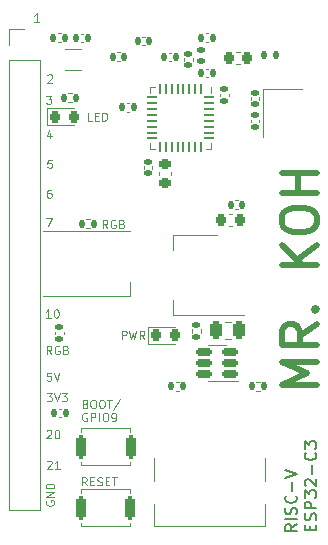
<source format=gto>
%TF.GenerationSoftware,KiCad,Pcbnew,(6.0.10)*%
%TF.CreationDate,2023-02-05T17:29:38-05:00*%
%TF.ProjectId,MrKoh,4d724b6f-682e-46b6-9963-61645f706362,1*%
%TF.SameCoordinates,Original*%
%TF.FileFunction,Legend,Top*%
%TF.FilePolarity,Positive*%
%FSLAX46Y46*%
G04 Gerber Fmt 4.6, Leading zero omitted, Abs format (unit mm)*
G04 Created by KiCad (PCBNEW (6.0.10)) date 2023-02-05 17:29:38*
%MOMM*%
%LPD*%
G01*
G04 APERTURE LIST*
G04 Aperture macros list*
%AMRoundRect*
0 Rectangle with rounded corners*
0 $1 Rounding radius*
0 $2 $3 $4 $5 $6 $7 $8 $9 X,Y pos of 4 corners*
0 Add a 4 corners polygon primitive as box body*
4,1,4,$2,$3,$4,$5,$6,$7,$8,$9,$2,$3,0*
0 Add four circle primitives for the rounded corners*
1,1,$1+$1,$2,$3*
1,1,$1+$1,$4,$5*
1,1,$1+$1,$6,$7*
1,1,$1+$1,$8,$9*
0 Add four rect primitives between the rounded corners*
20,1,$1+$1,$2,$3,$4,$5,0*
20,1,$1+$1,$4,$5,$6,$7,0*
20,1,$1+$1,$6,$7,$8,$9,0*
20,1,$1+$1,$8,$9,$2,$3,0*%
G04 Aperture macros list end*
%ADD10C,0.100000*%
%ADD11C,0.150000*%
%ADD12C,0.500000*%
%ADD13C,0.120000*%
%ADD14RoundRect,0.218750X-0.218750X-0.256250X0.218750X-0.256250X0.218750X0.256250X-0.218750X0.256250X0*%
%ADD15C,1.152000*%
%ADD16RoundRect,0.250000X-0.250000X-0.475000X0.250000X-0.475000X0.250000X0.475000X-0.250000X0.475000X0*%
%ADD17RoundRect,0.140000X-0.170000X0.140000X-0.170000X-0.140000X0.170000X-0.140000X0.170000X0.140000X0*%
%ADD18RoundRect,0.140000X0.170000X-0.140000X0.170000X0.140000X-0.170000X0.140000X-0.170000X-0.140000X0*%
%ADD19RoundRect,0.147500X0.172500X-0.147500X0.172500X0.147500X-0.172500X0.147500X-0.172500X-0.147500X0*%
%ADD20R,1.700000X1.700000*%
%ADD21O,1.700000X1.700000*%
%ADD22RoundRect,0.140000X-0.140000X-0.170000X0.140000X-0.170000X0.140000X0.170000X-0.140000X0.170000X0*%
%ADD23R,1.000000X1.800000*%
%ADD24RoundRect,0.135000X-0.135000X-0.185000X0.135000X-0.185000X0.135000X0.185000X-0.135000X0.185000X0*%
%ADD25RoundRect,0.135000X-0.185000X0.135000X-0.185000X-0.135000X0.185000X-0.135000X0.185000X0.135000X0*%
%ADD26RoundRect,0.140000X0.140000X0.170000X-0.140000X0.170000X-0.140000X-0.170000X0.140000X-0.170000X0*%
%ADD27RoundRect,0.225000X-0.225000X-0.250000X0.225000X-0.250000X0.225000X0.250000X-0.225000X0.250000X0*%
%ADD28RoundRect,0.062500X-0.062500X0.375000X-0.062500X-0.375000X0.062500X-0.375000X0.062500X0.375000X0*%
%ADD29RoundRect,0.062500X-0.375000X0.062500X-0.375000X-0.062500X0.375000X-0.062500X0.375000X0.062500X0*%
%ADD30R,3.450000X3.450000*%
%ADD31RoundRect,0.200000X0.200000X0.800000X-0.200000X0.800000X-0.200000X-0.800000X0.200000X-0.800000X0*%
%ADD32O,1.000000X1.600000*%
%ADD33C,0.650000*%
%ADD34O,1.000000X2.100000*%
%ADD35R,0.600000X1.450000*%
%ADD36R,0.300000X1.450000*%
%ADD37R,1.200000X1.400000*%
%ADD38RoundRect,0.135000X0.135000X0.185000X-0.135000X0.185000X-0.135000X-0.185000X0.135000X-0.185000X0*%
%ADD39RoundRect,0.150000X0.512500X0.150000X-0.512500X0.150000X-0.512500X-0.150000X0.512500X-0.150000X0*%
%ADD40RoundRect,0.147500X-0.147500X-0.172500X0.147500X-0.172500X0.147500X0.172500X-0.147500X0.172500X0*%
%ADD41R,2.000000X1.500000*%
%ADD42R,2.000000X3.800000*%
%ADD43RoundRect,0.225000X-0.250000X0.225000X-0.250000X-0.225000X0.250000X-0.225000X0.250000X0.225000X0*%
%ADD44R,1.500000X0.900000*%
G04 APERTURE END LIST*
D10*
X16760000Y-33536666D02*
X16360000Y-33536666D01*
X16560000Y-33536666D02*
X16560000Y-32836666D01*
X16493333Y-32936666D01*
X16426666Y-33003333D01*
X16360000Y-33036666D01*
X17360000Y-74123333D02*
X17326666Y-74190000D01*
X17326666Y-74290000D01*
X17360000Y-74390000D01*
X17426666Y-74456666D01*
X17493333Y-74490000D01*
X17626666Y-74523333D01*
X17726666Y-74523333D01*
X17860000Y-74490000D01*
X17926666Y-74456666D01*
X17993333Y-74390000D01*
X18026666Y-74290000D01*
X18026666Y-74223333D01*
X17993333Y-74123333D01*
X17960000Y-74090000D01*
X17726666Y-74090000D01*
X17726666Y-74223333D01*
X18026666Y-73790000D02*
X17326666Y-73790000D01*
X18026666Y-73390000D01*
X17326666Y-73390000D01*
X18026666Y-73056666D02*
X17326666Y-73056666D01*
X17326666Y-72890000D01*
X17360000Y-72790000D01*
X17426666Y-72723333D01*
X17493333Y-72690000D01*
X17626666Y-72656666D01*
X17726666Y-72656666D01*
X17860000Y-72690000D01*
X17926666Y-72723333D01*
X17993333Y-72790000D01*
X18026666Y-72890000D01*
X18026666Y-73056666D01*
X17426666Y-70773333D02*
X17460000Y-70740000D01*
X17526666Y-70706666D01*
X17693333Y-70706666D01*
X17760000Y-70740000D01*
X17793333Y-70773333D01*
X17826666Y-70840000D01*
X17826666Y-70906666D01*
X17793333Y-71006666D01*
X17393333Y-71406666D01*
X17826666Y-71406666D01*
X18493333Y-71406666D02*
X18093333Y-71406666D01*
X18293333Y-71406666D02*
X18293333Y-70706666D01*
X18226666Y-70806666D01*
X18160000Y-70873333D01*
X18093333Y-70906666D01*
X17406666Y-68193333D02*
X17440000Y-68160000D01*
X17506666Y-68126666D01*
X17673333Y-68126666D01*
X17740000Y-68160000D01*
X17773333Y-68193333D01*
X17806666Y-68260000D01*
X17806666Y-68326666D01*
X17773333Y-68426666D01*
X17373333Y-68826666D01*
X17806666Y-68826666D01*
X18240000Y-68126666D02*
X18306666Y-68126666D01*
X18373333Y-68160000D01*
X18406666Y-68193333D01*
X18440000Y-68260000D01*
X18473333Y-68393333D01*
X18473333Y-68560000D01*
X18440000Y-68693333D01*
X18406666Y-68760000D01*
X18373333Y-68793333D01*
X18306666Y-68826666D01*
X18240000Y-68826666D01*
X18173333Y-68793333D01*
X18140000Y-68760000D01*
X18106666Y-68693333D01*
X18073333Y-68560000D01*
X18073333Y-68393333D01*
X18106666Y-68260000D01*
X18140000Y-68193333D01*
X18173333Y-68160000D01*
X18240000Y-68126666D01*
X17393333Y-64996666D02*
X17826666Y-64996666D01*
X17593333Y-65263333D01*
X17693333Y-65263333D01*
X17760000Y-65296666D01*
X17793333Y-65330000D01*
X17826666Y-65396666D01*
X17826666Y-65563333D01*
X17793333Y-65630000D01*
X17760000Y-65663333D01*
X17693333Y-65696666D01*
X17493333Y-65696666D01*
X17426666Y-65663333D01*
X17393333Y-65630000D01*
X18026666Y-64996666D02*
X18260000Y-65696666D01*
X18493333Y-64996666D01*
X18660000Y-64996666D02*
X19093333Y-64996666D01*
X18860000Y-65263333D01*
X18960000Y-65263333D01*
X19026666Y-65296666D01*
X19060000Y-65330000D01*
X19093333Y-65396666D01*
X19093333Y-65563333D01*
X19060000Y-65630000D01*
X19026666Y-65663333D01*
X18960000Y-65696666D01*
X18760000Y-65696666D01*
X18693333Y-65663333D01*
X18660000Y-65630000D01*
X17766666Y-63256666D02*
X17433333Y-63256666D01*
X17400000Y-63590000D01*
X17433333Y-63556666D01*
X17500000Y-63523333D01*
X17666666Y-63523333D01*
X17733333Y-63556666D01*
X17766666Y-63590000D01*
X17800000Y-63656666D01*
X17800000Y-63823333D01*
X17766666Y-63890000D01*
X17733333Y-63923333D01*
X17666666Y-63956666D01*
X17500000Y-63956666D01*
X17433333Y-63923333D01*
X17400000Y-63890000D01*
X18000000Y-63256666D02*
X18233333Y-63956666D01*
X18466666Y-63256666D01*
X17806666Y-61706666D02*
X17573333Y-61373333D01*
X17406666Y-61706666D02*
X17406666Y-61006666D01*
X17673333Y-61006666D01*
X17740000Y-61040000D01*
X17773333Y-61073333D01*
X17806666Y-61140000D01*
X17806666Y-61240000D01*
X17773333Y-61306666D01*
X17740000Y-61340000D01*
X17673333Y-61373333D01*
X17406666Y-61373333D01*
X18473333Y-61040000D02*
X18406666Y-61006666D01*
X18306666Y-61006666D01*
X18206666Y-61040000D01*
X18140000Y-61106666D01*
X18106666Y-61173333D01*
X18073333Y-61306666D01*
X18073333Y-61406666D01*
X18106666Y-61540000D01*
X18140000Y-61606666D01*
X18206666Y-61673333D01*
X18306666Y-61706666D01*
X18373333Y-61706666D01*
X18473333Y-61673333D01*
X18506666Y-61640000D01*
X18506666Y-61406666D01*
X18373333Y-61406666D01*
X19040000Y-61340000D02*
X19140000Y-61373333D01*
X19173333Y-61406666D01*
X19206666Y-61473333D01*
X19206666Y-61573333D01*
X19173333Y-61640000D01*
X19140000Y-61673333D01*
X19073333Y-61706666D01*
X18806666Y-61706666D01*
X18806666Y-61006666D01*
X19040000Y-61006666D01*
X19106666Y-61040000D01*
X19140000Y-61073333D01*
X19173333Y-61140000D01*
X19173333Y-61206666D01*
X19140000Y-61273333D01*
X19106666Y-61306666D01*
X19040000Y-61340000D01*
X18806666Y-61340000D01*
X17736666Y-58616666D02*
X17336666Y-58616666D01*
X17536666Y-58616666D02*
X17536666Y-57916666D01*
X17470000Y-58016666D01*
X17403333Y-58083333D01*
X17336666Y-58116666D01*
X18170000Y-57916666D02*
X18236666Y-57916666D01*
X18303333Y-57950000D01*
X18336666Y-57983333D01*
X18370000Y-58050000D01*
X18403333Y-58183333D01*
X18403333Y-58350000D01*
X18370000Y-58483333D01*
X18336666Y-58550000D01*
X18303333Y-58583333D01*
X18236666Y-58616666D01*
X18170000Y-58616666D01*
X18103333Y-58583333D01*
X18070000Y-58550000D01*
X18036666Y-58483333D01*
X18003333Y-58350000D01*
X18003333Y-58183333D01*
X18036666Y-58050000D01*
X18070000Y-57983333D01*
X18103333Y-57950000D01*
X18170000Y-57916666D01*
X17366666Y-50136666D02*
X17833333Y-50136666D01*
X17533333Y-50836666D01*
X17753333Y-47766666D02*
X17620000Y-47766666D01*
X17553333Y-47800000D01*
X17520000Y-47833333D01*
X17453333Y-47933333D01*
X17420000Y-48066666D01*
X17420000Y-48333333D01*
X17453333Y-48400000D01*
X17486666Y-48433333D01*
X17553333Y-48466666D01*
X17686666Y-48466666D01*
X17753333Y-48433333D01*
X17786666Y-48400000D01*
X17820000Y-48333333D01*
X17820000Y-48166666D01*
X17786666Y-48100000D01*
X17753333Y-48066666D01*
X17686666Y-48033333D01*
X17553333Y-48033333D01*
X17486666Y-48066666D01*
X17453333Y-48100000D01*
X17420000Y-48166666D01*
X17826666Y-45226666D02*
X17493333Y-45226666D01*
X17460000Y-45560000D01*
X17493333Y-45526666D01*
X17560000Y-45493333D01*
X17726666Y-45493333D01*
X17793333Y-45526666D01*
X17826666Y-45560000D01*
X17860000Y-45626666D01*
X17860000Y-45793333D01*
X17826666Y-45860000D01*
X17793333Y-45893333D01*
X17726666Y-45926666D01*
X17560000Y-45926666D01*
X17493333Y-45893333D01*
X17460000Y-45860000D01*
X17723333Y-42970000D02*
X17723333Y-43436666D01*
X17556666Y-42703333D02*
X17390000Y-43203333D01*
X17823333Y-43203333D01*
X17366666Y-39806666D02*
X17800000Y-39806666D01*
X17566666Y-40073333D01*
X17666666Y-40073333D01*
X17733333Y-40106666D01*
X17766666Y-40140000D01*
X17800000Y-40206666D01*
X17800000Y-40373333D01*
X17766666Y-40440000D01*
X17733333Y-40473333D01*
X17666666Y-40506666D01*
X17466666Y-40506666D01*
X17400000Y-40473333D01*
X17366666Y-40440000D01*
X17460000Y-38073333D02*
X17493333Y-38040000D01*
X17560000Y-38006666D01*
X17726666Y-38006666D01*
X17793333Y-38040000D01*
X17826666Y-38073333D01*
X17860000Y-38140000D01*
X17860000Y-38206666D01*
X17826666Y-38306666D01*
X17426666Y-38706666D01*
X17860000Y-38706666D01*
D11*
X38582380Y-76112380D02*
X38106190Y-76445714D01*
X38582380Y-76683809D02*
X37582380Y-76683809D01*
X37582380Y-76302857D01*
X37630000Y-76207619D01*
X37677619Y-76160000D01*
X37772857Y-76112380D01*
X37915714Y-76112380D01*
X38010952Y-76160000D01*
X38058571Y-76207619D01*
X38106190Y-76302857D01*
X38106190Y-76683809D01*
X38582380Y-75683809D02*
X37582380Y-75683809D01*
X38534761Y-75255238D02*
X38582380Y-75112380D01*
X38582380Y-74874285D01*
X38534761Y-74779047D01*
X38487142Y-74731428D01*
X38391904Y-74683809D01*
X38296666Y-74683809D01*
X38201428Y-74731428D01*
X38153809Y-74779047D01*
X38106190Y-74874285D01*
X38058571Y-75064761D01*
X38010952Y-75160000D01*
X37963333Y-75207619D01*
X37868095Y-75255238D01*
X37772857Y-75255238D01*
X37677619Y-75207619D01*
X37630000Y-75160000D01*
X37582380Y-75064761D01*
X37582380Y-74826666D01*
X37630000Y-74683809D01*
X38487142Y-73683809D02*
X38534761Y-73731428D01*
X38582380Y-73874285D01*
X38582380Y-73969523D01*
X38534761Y-74112380D01*
X38439523Y-74207619D01*
X38344285Y-74255238D01*
X38153809Y-74302857D01*
X38010952Y-74302857D01*
X37820476Y-74255238D01*
X37725238Y-74207619D01*
X37630000Y-74112380D01*
X37582380Y-73969523D01*
X37582380Y-73874285D01*
X37630000Y-73731428D01*
X37677619Y-73683809D01*
X38201428Y-73255238D02*
X38201428Y-72493333D01*
X37582380Y-72160000D02*
X38582380Y-71826666D01*
X37582380Y-71493333D01*
D10*
X20796666Y-66720000D02*
X20730000Y-66686666D01*
X20630000Y-66686666D01*
X20530000Y-66720000D01*
X20463333Y-66786666D01*
X20430000Y-66853333D01*
X20396666Y-66986666D01*
X20396666Y-67086666D01*
X20430000Y-67220000D01*
X20463333Y-67286666D01*
X20530000Y-67353333D01*
X20630000Y-67386666D01*
X20696666Y-67386666D01*
X20796666Y-67353333D01*
X20830000Y-67320000D01*
X20830000Y-67086666D01*
X20696666Y-67086666D01*
X21130000Y-67386666D02*
X21130000Y-66686666D01*
X21396666Y-66686666D01*
X21463333Y-66720000D01*
X21496666Y-66753333D01*
X21530000Y-66820000D01*
X21530000Y-66920000D01*
X21496666Y-66986666D01*
X21463333Y-67020000D01*
X21396666Y-67053333D01*
X21130000Y-67053333D01*
X21830000Y-67386666D02*
X21830000Y-66686666D01*
X22296666Y-66686666D02*
X22430000Y-66686666D01*
X22496666Y-66720000D01*
X22563333Y-66786666D01*
X22596666Y-66920000D01*
X22596666Y-67153333D01*
X22563333Y-67286666D01*
X22496666Y-67353333D01*
X22430000Y-67386666D01*
X22296666Y-67386666D01*
X22230000Y-67353333D01*
X22163333Y-67286666D01*
X22130000Y-67153333D01*
X22130000Y-66920000D01*
X22163333Y-66786666D01*
X22230000Y-66720000D01*
X22296666Y-66686666D01*
X22930000Y-67386666D02*
X23063333Y-67386666D01*
X23130000Y-67353333D01*
X23163333Y-67320000D01*
X23230000Y-67220000D01*
X23263333Y-67086666D01*
X23263333Y-66820000D01*
X23230000Y-66753333D01*
X23196666Y-66720000D01*
X23130000Y-66686666D01*
X22996666Y-66686666D01*
X22930000Y-66720000D01*
X22896666Y-66753333D01*
X22863333Y-66820000D01*
X22863333Y-66986666D01*
X22896666Y-67053333D01*
X22930000Y-67086666D01*
X22996666Y-67120000D01*
X23130000Y-67120000D01*
X23196666Y-67086666D01*
X23230000Y-67053333D01*
X23263333Y-66986666D01*
X20673333Y-65890000D02*
X20773333Y-65923333D01*
X20806666Y-65956666D01*
X20840000Y-66023333D01*
X20840000Y-66123333D01*
X20806666Y-66190000D01*
X20773333Y-66223333D01*
X20706666Y-66256666D01*
X20440000Y-66256666D01*
X20440000Y-65556666D01*
X20673333Y-65556666D01*
X20740000Y-65590000D01*
X20773333Y-65623333D01*
X20806666Y-65690000D01*
X20806666Y-65756666D01*
X20773333Y-65823333D01*
X20740000Y-65856666D01*
X20673333Y-65890000D01*
X20440000Y-65890000D01*
X21273333Y-65556666D02*
X21406666Y-65556666D01*
X21473333Y-65590000D01*
X21540000Y-65656666D01*
X21573333Y-65790000D01*
X21573333Y-66023333D01*
X21540000Y-66156666D01*
X21473333Y-66223333D01*
X21406666Y-66256666D01*
X21273333Y-66256666D01*
X21206666Y-66223333D01*
X21140000Y-66156666D01*
X21106666Y-66023333D01*
X21106666Y-65790000D01*
X21140000Y-65656666D01*
X21206666Y-65590000D01*
X21273333Y-65556666D01*
X22006666Y-65556666D02*
X22140000Y-65556666D01*
X22206666Y-65590000D01*
X22273333Y-65656666D01*
X22306666Y-65790000D01*
X22306666Y-66023333D01*
X22273333Y-66156666D01*
X22206666Y-66223333D01*
X22140000Y-66256666D01*
X22006666Y-66256666D01*
X21940000Y-66223333D01*
X21873333Y-66156666D01*
X21840000Y-66023333D01*
X21840000Y-65790000D01*
X21873333Y-65656666D01*
X21940000Y-65590000D01*
X22006666Y-65556666D01*
X22506666Y-65556666D02*
X22906666Y-65556666D01*
X22706666Y-66256666D02*
X22706666Y-65556666D01*
X23639999Y-65523333D02*
X23039999Y-66423333D01*
X23766666Y-60416666D02*
X23766666Y-59716666D01*
X24033333Y-59716666D01*
X24100000Y-59750000D01*
X24133333Y-59783333D01*
X24166666Y-59850000D01*
X24166666Y-59950000D01*
X24133333Y-60016666D01*
X24100000Y-60050000D01*
X24033333Y-60083333D01*
X23766666Y-60083333D01*
X24400000Y-59716666D02*
X24566666Y-60416666D01*
X24700000Y-59916666D01*
X24833333Y-60416666D01*
X25000000Y-59716666D01*
X25666666Y-60416666D02*
X25433333Y-60083333D01*
X25266666Y-60416666D02*
X25266666Y-59716666D01*
X25533333Y-59716666D01*
X25600000Y-59750000D01*
X25633333Y-59783333D01*
X25666666Y-59850000D01*
X25666666Y-59950000D01*
X25633333Y-60016666D01*
X25600000Y-60050000D01*
X25533333Y-60083333D01*
X25266666Y-60083333D01*
D11*
X39708571Y-76608095D02*
X39708571Y-76274761D01*
X40232380Y-76131904D02*
X40232380Y-76608095D01*
X39232380Y-76608095D01*
X39232380Y-76131904D01*
X40184761Y-75750952D02*
X40232380Y-75608095D01*
X40232380Y-75370000D01*
X40184761Y-75274761D01*
X40137142Y-75227142D01*
X40041904Y-75179523D01*
X39946666Y-75179523D01*
X39851428Y-75227142D01*
X39803809Y-75274761D01*
X39756190Y-75370000D01*
X39708571Y-75560476D01*
X39660952Y-75655714D01*
X39613333Y-75703333D01*
X39518095Y-75750952D01*
X39422857Y-75750952D01*
X39327619Y-75703333D01*
X39280000Y-75655714D01*
X39232380Y-75560476D01*
X39232380Y-75322380D01*
X39280000Y-75179523D01*
X40232380Y-74750952D02*
X39232380Y-74750952D01*
X39232380Y-74370000D01*
X39280000Y-74274761D01*
X39327619Y-74227142D01*
X39422857Y-74179523D01*
X39565714Y-74179523D01*
X39660952Y-74227142D01*
X39708571Y-74274761D01*
X39756190Y-74370000D01*
X39756190Y-74750952D01*
X39232380Y-73846190D02*
X39232380Y-73227142D01*
X39613333Y-73560476D01*
X39613333Y-73417619D01*
X39660952Y-73322380D01*
X39708571Y-73274761D01*
X39803809Y-73227142D01*
X40041904Y-73227142D01*
X40137142Y-73274761D01*
X40184761Y-73322380D01*
X40232380Y-73417619D01*
X40232380Y-73703333D01*
X40184761Y-73798571D01*
X40137142Y-73846190D01*
X39327619Y-72846190D02*
X39280000Y-72798571D01*
X39232380Y-72703333D01*
X39232380Y-72465238D01*
X39280000Y-72370000D01*
X39327619Y-72322380D01*
X39422857Y-72274761D01*
X39518095Y-72274761D01*
X39660952Y-72322380D01*
X40232380Y-72893809D01*
X40232380Y-72274761D01*
X39851428Y-71846190D02*
X39851428Y-71084285D01*
X40137142Y-70036666D02*
X40184761Y-70084285D01*
X40232380Y-70227142D01*
X40232380Y-70322380D01*
X40184761Y-70465238D01*
X40089523Y-70560476D01*
X39994285Y-70608095D01*
X39803809Y-70655714D01*
X39660952Y-70655714D01*
X39470476Y-70608095D01*
X39375238Y-70560476D01*
X39280000Y-70465238D01*
X39232380Y-70322380D01*
X39232380Y-70227142D01*
X39280000Y-70084285D01*
X39327619Y-70036666D01*
X39232380Y-69703333D02*
X39232380Y-69084285D01*
X39613333Y-69417619D01*
X39613333Y-69274761D01*
X39660952Y-69179523D01*
X39708571Y-69131904D01*
X39803809Y-69084285D01*
X40041904Y-69084285D01*
X40137142Y-69131904D01*
X40184761Y-69179523D01*
X40232380Y-69274761D01*
X40232380Y-69560476D01*
X40184761Y-69655714D01*
X40137142Y-69703333D01*
D10*
X22541666Y-51041666D02*
X22308333Y-50708333D01*
X22141666Y-51041666D02*
X22141666Y-50341666D01*
X22408333Y-50341666D01*
X22475000Y-50375000D01*
X22508333Y-50408333D01*
X22541666Y-50475000D01*
X22541666Y-50575000D01*
X22508333Y-50641666D01*
X22475000Y-50675000D01*
X22408333Y-50708333D01*
X22141666Y-50708333D01*
X23208333Y-50375000D02*
X23141666Y-50341666D01*
X23041666Y-50341666D01*
X22941666Y-50375000D01*
X22875000Y-50441666D01*
X22841666Y-50508333D01*
X22808333Y-50641666D01*
X22808333Y-50741666D01*
X22841666Y-50875000D01*
X22875000Y-50941666D01*
X22941666Y-51008333D01*
X23041666Y-51041666D01*
X23108333Y-51041666D01*
X23208333Y-51008333D01*
X23241666Y-50975000D01*
X23241666Y-50741666D01*
X23108333Y-50741666D01*
X23775000Y-50675000D02*
X23875000Y-50708333D01*
X23908333Y-50741666D01*
X23941666Y-50808333D01*
X23941666Y-50908333D01*
X23908333Y-50975000D01*
X23875000Y-51008333D01*
X23808333Y-51041666D01*
X23541666Y-51041666D01*
X23541666Y-50341666D01*
X23775000Y-50341666D01*
X23841666Y-50375000D01*
X23875000Y-50408333D01*
X23908333Y-50475000D01*
X23908333Y-50541666D01*
X23875000Y-50608333D01*
X23841666Y-50641666D01*
X23775000Y-50675000D01*
X23541666Y-50675000D01*
D12*
X40287142Y-64330000D02*
X37287142Y-64330000D01*
X39430000Y-63330000D01*
X37287142Y-62330000D01*
X40287142Y-62330000D01*
X40287142Y-59187142D02*
X38858571Y-60187142D01*
X40287142Y-60901428D02*
X37287142Y-60901428D01*
X37287142Y-59758571D01*
X37430000Y-59472857D01*
X37572857Y-59330000D01*
X37858571Y-59187142D01*
X38287142Y-59187142D01*
X38572857Y-59330000D01*
X38715714Y-59472857D01*
X38858571Y-59758571D01*
X38858571Y-60901428D01*
X40001428Y-57901428D02*
X40144285Y-57758571D01*
X40287142Y-57901428D01*
X40144285Y-58044285D01*
X40001428Y-57901428D01*
X40287142Y-57901428D01*
X40287142Y-54187142D02*
X37287142Y-54187142D01*
X40287142Y-52472857D02*
X38572857Y-53758571D01*
X37287142Y-52472857D02*
X39001428Y-54187142D01*
X37287142Y-50615714D02*
X37287142Y-50044285D01*
X37430000Y-49758571D01*
X37715714Y-49472857D01*
X38287142Y-49330000D01*
X39287142Y-49330000D01*
X39858571Y-49472857D01*
X40144285Y-49758571D01*
X40287142Y-50044285D01*
X40287142Y-50615714D01*
X40144285Y-50901428D01*
X39858571Y-51187142D01*
X39287142Y-51330000D01*
X38287142Y-51330000D01*
X37715714Y-51187142D01*
X37430000Y-50901428D01*
X37287142Y-50615714D01*
X40287142Y-48044285D02*
X37287142Y-48044285D01*
X38715714Y-48044285D02*
X38715714Y-46330000D01*
X40287142Y-46330000D02*
X37287142Y-46330000D01*
D10*
X21250000Y-41941666D02*
X20916666Y-41941666D01*
X20916666Y-41241666D01*
X21483333Y-41575000D02*
X21716666Y-41575000D01*
X21816666Y-41941666D02*
X21483333Y-41941666D01*
X21483333Y-41241666D01*
X21816666Y-41241666D01*
X22116666Y-41941666D02*
X22116666Y-41241666D01*
X22283333Y-41241666D01*
X22383333Y-41275000D01*
X22450000Y-41341666D01*
X22483333Y-41408333D01*
X22516666Y-41541666D01*
X22516666Y-41641666D01*
X22483333Y-41775000D01*
X22450000Y-41841666D01*
X22383333Y-41908333D01*
X22283333Y-41941666D01*
X22116666Y-41941666D01*
X20783333Y-72816666D02*
X20550000Y-72483333D01*
X20383333Y-72816666D02*
X20383333Y-72116666D01*
X20650000Y-72116666D01*
X20716666Y-72150000D01*
X20750000Y-72183333D01*
X20783333Y-72250000D01*
X20783333Y-72350000D01*
X20750000Y-72416666D01*
X20716666Y-72450000D01*
X20650000Y-72483333D01*
X20383333Y-72483333D01*
X21083333Y-72450000D02*
X21316666Y-72450000D01*
X21416666Y-72816666D02*
X21083333Y-72816666D01*
X21083333Y-72116666D01*
X21416666Y-72116666D01*
X21683333Y-72783333D02*
X21783333Y-72816666D01*
X21950000Y-72816666D01*
X22016666Y-72783333D01*
X22050000Y-72750000D01*
X22083333Y-72683333D01*
X22083333Y-72616666D01*
X22050000Y-72550000D01*
X22016666Y-72516666D01*
X21950000Y-72483333D01*
X21816666Y-72450000D01*
X21750000Y-72416666D01*
X21716666Y-72383333D01*
X21683333Y-72316666D01*
X21683333Y-72250000D01*
X21716666Y-72183333D01*
X21750000Y-72150000D01*
X21816666Y-72116666D01*
X21983333Y-72116666D01*
X22083333Y-72150000D01*
X22383333Y-72450000D02*
X22616666Y-72450000D01*
X22716666Y-72816666D02*
X22383333Y-72816666D01*
X22383333Y-72116666D01*
X22716666Y-72116666D01*
X22916666Y-72116666D02*
X23316666Y-72116666D01*
X23116666Y-72816666D02*
X23116666Y-72116666D01*
D13*
%TO.C,D1*%
X28250000Y-59365000D02*
X25965000Y-59365000D01*
X25965000Y-60835000D02*
X28250000Y-60835000D01*
X25965000Y-59365000D02*
X25965000Y-60835000D01*
%TO.C,C10*%
X32463748Y-60410000D02*
X32986252Y-60410000D01*
X32463748Y-58940000D02*
X32986252Y-58940000D01*
%TO.C,C19*%
X18835000Y-59792164D02*
X18835000Y-60007836D01*
X18115000Y-59792164D02*
X18115000Y-60007836D01*
%TO.C,C12*%
X32810000Y-39857836D02*
X32810000Y-39642164D01*
X32090000Y-39857836D02*
X32090000Y-39642164D01*
%TO.C,J2*%
X14170000Y-36770000D02*
X16830000Y-36770000D01*
X14170000Y-35500000D02*
X14170000Y-34170000D01*
X14170000Y-34170000D02*
X15500000Y-34170000D01*
X14170000Y-74930000D02*
X16830000Y-74930000D01*
X14170000Y-36770000D02*
X14170000Y-74930000D01*
X16830000Y-36770000D02*
X16830000Y-74930000D01*
%TO.C,C5*%
X25492164Y-34840000D02*
X25707836Y-34840000D01*
X25492164Y-35560000D02*
X25707836Y-35560000D01*
%TO.C,Y1*%
X20300000Y-35875000D02*
X18950000Y-35875000D01*
X20300000Y-37625000D02*
X18950000Y-37625000D01*
%TO.C,C2*%
X20292164Y-34565000D02*
X20507836Y-34565000D01*
X20292164Y-35285000D02*
X20507836Y-35285000D01*
%TO.C,C8*%
X35385000Y-40157836D02*
X35385000Y-39942164D01*
X34665000Y-40157836D02*
X34665000Y-39942164D01*
%TO.C,R1*%
X18321359Y-34520000D02*
X18628641Y-34520000D01*
X18321359Y-35280000D02*
X18628641Y-35280000D01*
%TO.C,C3*%
X30872164Y-38250000D02*
X31087836Y-38250000D01*
X30872164Y-37530000D02*
X31087836Y-37530000D01*
%TO.C,R4*%
X29695000Y-59596359D02*
X29695000Y-59903641D01*
X30455000Y-59596359D02*
X30455000Y-59903641D01*
%TO.C,C6*%
X23607836Y-36860000D02*
X23392164Y-36860000D01*
X23607836Y-36140000D02*
X23392164Y-36140000D01*
%TO.C,C11*%
X33459420Y-37110000D02*
X33740580Y-37110000D01*
X33459420Y-36090000D02*
X33740580Y-36090000D01*
%TO.C,U2*%
X26120000Y-44300000D02*
X26595000Y-44300000D01*
X31340000Y-43825000D02*
X31340000Y-44300000D01*
X26120000Y-43825000D02*
X26120000Y-44300000D01*
X31340000Y-44300000D02*
X30865000Y-44300000D01*
X26120000Y-39080000D02*
X26595000Y-39080000D01*
X31340000Y-39555000D02*
X31340000Y-39080000D01*
X26120000Y-39555000D02*
X26120000Y-39080000D01*
%TO.C,SW1*%
X20305000Y-73430000D02*
X20305000Y-73130000D01*
X24445000Y-75970000D02*
X24445000Y-76270000D01*
X24445000Y-73130000D02*
X24445000Y-73430000D01*
X24445000Y-76270000D02*
X20305000Y-76270000D01*
X20305000Y-76270000D02*
X20305000Y-75970000D01*
X20305000Y-73130000D02*
X24445000Y-73130000D01*
%TO.C,C17*%
X29040000Y-36857836D02*
X29040000Y-36642164D01*
X29760000Y-36857836D02*
X29760000Y-36642164D01*
%TO.C,J1*%
X35850000Y-70474951D02*
X35850000Y-72474951D01*
X26450000Y-74374951D02*
X26450000Y-76274951D01*
X26450000Y-70474951D02*
X26450000Y-72474951D01*
X26450000Y-76274951D02*
X35850000Y-76274951D01*
X35850000Y-74374951D02*
X35850000Y-76274951D01*
%TO.C,SW2*%
X20330000Y-71095000D02*
X20330000Y-70795000D01*
X24470000Y-70795000D02*
X24470000Y-71095000D01*
X20330000Y-68255000D02*
X20330000Y-67955000D01*
X24470000Y-71095000D02*
X20330000Y-71095000D01*
X20330000Y-67955000D02*
X24470000Y-67955000D01*
X24470000Y-67955000D02*
X24470000Y-68255000D01*
%TO.C,Y2*%
X39000000Y-39275000D02*
X35700000Y-39275000D01*
X35700000Y-39275000D02*
X35700000Y-43275000D01*
%TO.C,R5*%
X20761359Y-50295000D02*
X21068641Y-50295000D01*
X20761359Y-51055000D02*
X21068641Y-51055000D01*
%TO.C,C4*%
X30867164Y-34540000D02*
X31082836Y-34540000D01*
X30867164Y-35260000D02*
X31082836Y-35260000D01*
%TO.C,R3*%
X28628641Y-64779951D02*
X28321359Y-64779951D01*
X28628641Y-64019951D02*
X28321359Y-64019951D01*
%TO.C,C13*%
X18422164Y-67030000D02*
X18637836Y-67030000D01*
X18422164Y-66310000D02*
X18637836Y-66310000D01*
%TO.C,R2*%
X35121359Y-64019951D02*
X35428641Y-64019951D01*
X35121359Y-64779951D02*
X35428641Y-64779951D01*
%TO.C,D3*%
X19700000Y-40865000D02*
X17415000Y-40865000D01*
X17415000Y-40865000D02*
X17415000Y-42335000D01*
X17415000Y-42335000D02*
X19700000Y-42335000D01*
%TO.C,U1*%
X31825000Y-64009951D02*
X31025000Y-64009951D01*
X31825000Y-64009951D02*
X33625000Y-64009951D01*
X31825000Y-60889951D02*
X31025000Y-60889951D01*
X31825000Y-60889951D02*
X32625000Y-60889951D01*
%TO.C,C1*%
X33367164Y-49410000D02*
X33582836Y-49410000D01*
X33367164Y-48690000D02*
X33582836Y-48690000D01*
%TO.C,U3*%
X28090000Y-51590000D02*
X28090000Y-52850000D01*
X34100000Y-58410000D02*
X28090000Y-58410000D01*
X28090000Y-58410000D02*
X28090000Y-57150000D01*
X31850000Y-51590000D02*
X28090000Y-51590000D01*
%TO.C,C9*%
X32834420Y-50885000D02*
X33115580Y-50885000D01*
X32834420Y-49865000D02*
X33115580Y-49865000D01*
%TO.C,C14*%
X27910000Y-46259420D02*
X27910000Y-46540580D01*
X26890000Y-46259420D02*
X26890000Y-46540580D01*
%TO.C,D2*%
X24425000Y-56775000D02*
X24425000Y-55625000D01*
X17125000Y-56775000D02*
X24425000Y-56775000D01*
X17125000Y-51275000D02*
X24425000Y-51275000D01*
%TO.C,C16*%
X24407836Y-41160000D02*
X24192164Y-41160000D01*
X24407836Y-40440000D02*
X24192164Y-40440000D01*
%TO.C,R6*%
X19246359Y-39620000D02*
X19553641Y-39620000D01*
X19246359Y-40380000D02*
X19553641Y-40380000D01*
%TO.C,C15*%
X25640000Y-45792164D02*
X25640000Y-46007836D01*
X26360000Y-45792164D02*
X26360000Y-46007836D01*
%TO.C,C7*%
X34665000Y-41842164D02*
X34665000Y-42057836D01*
X35385000Y-41842164D02*
X35385000Y-42057836D01*
%TO.C,C18*%
X27957836Y-36190000D02*
X27742164Y-36190000D01*
X27957836Y-36910000D02*
X27742164Y-36910000D01*
%TD*%
%LPC*%
D14*
%TO.C,D1*%
X26662500Y-60100000D03*
X28237500Y-60100000D03*
%TD*%
D15*
%TO.C,H2*%
X14550000Y-78350000D03*
%TD*%
D16*
%TO.C,C10*%
X31775000Y-59675000D03*
X33675000Y-59675000D03*
%TD*%
D17*
%TO.C,C19*%
X18475000Y-59420000D03*
X18475000Y-60380000D03*
%TD*%
D18*
%TO.C,C12*%
X32450000Y-40230000D03*
X32450000Y-39270000D03*
%TD*%
D19*
%TO.C,L1*%
X30500000Y-36885000D03*
X30500000Y-35915000D03*
%TD*%
D20*
%TO.C,J2*%
X15500000Y-35500000D03*
D21*
X15500000Y-38040000D03*
X15500000Y-40580000D03*
X15500000Y-43120000D03*
X15500000Y-45660000D03*
X15500000Y-48200000D03*
X15500000Y-50740000D03*
X15500000Y-53280000D03*
X15500000Y-55820000D03*
X15500000Y-58360000D03*
X15500000Y-60900000D03*
X15500000Y-63440000D03*
X15500000Y-65980000D03*
X15500000Y-68520000D03*
X15500000Y-71060000D03*
X15500000Y-73600000D03*
%TD*%
D22*
%TO.C,C5*%
X25120000Y-35200000D03*
X26080000Y-35200000D03*
%TD*%
D23*
%TO.C,Y1*%
X18375000Y-36750000D03*
X20875000Y-36750000D03*
%TD*%
D22*
%TO.C,C2*%
X19920000Y-34925000D03*
X20880000Y-34925000D03*
%TD*%
D18*
%TO.C,C8*%
X35025000Y-40530000D03*
X35025000Y-39570000D03*
%TD*%
D24*
%TO.C,R1*%
X17965000Y-34900000D03*
X18985000Y-34900000D03*
%TD*%
D22*
%TO.C,C3*%
X30500000Y-37890000D03*
X31460000Y-37890000D03*
%TD*%
D25*
%TO.C,R4*%
X30075000Y-59240000D03*
X30075000Y-60260000D03*
%TD*%
D26*
%TO.C,C6*%
X23980000Y-36500000D03*
X23020000Y-36500000D03*
%TD*%
D27*
%TO.C,C11*%
X32825000Y-36600000D03*
X34375000Y-36600000D03*
%TD*%
D28*
%TO.C,U2*%
X30480000Y-39252500D03*
X29980000Y-39252500D03*
X29480000Y-39252500D03*
X28980000Y-39252500D03*
X28480000Y-39252500D03*
X27980000Y-39252500D03*
X27480000Y-39252500D03*
X26980000Y-39252500D03*
D29*
X26292500Y-39940000D03*
X26292500Y-40440000D03*
X26292500Y-40940000D03*
X26292500Y-41440000D03*
X26292500Y-41940000D03*
X26292500Y-42440000D03*
X26292500Y-42940000D03*
X26292500Y-43440000D03*
D28*
X26980000Y-44127500D03*
X27480000Y-44127500D03*
X27980000Y-44127500D03*
X28480000Y-44127500D03*
X28980000Y-44127500D03*
X29480000Y-44127500D03*
X29980000Y-44127500D03*
X30480000Y-44127500D03*
D29*
X31167500Y-43440000D03*
X31167500Y-42940000D03*
X31167500Y-42440000D03*
X31167500Y-41940000D03*
X31167500Y-41440000D03*
X31167500Y-40940000D03*
X31167500Y-40440000D03*
X31167500Y-39940000D03*
D30*
X28730000Y-41690000D03*
%TD*%
D31*
%TO.C,SW1*%
X24475000Y-74700000D03*
X20275000Y-74700000D03*
%TD*%
D15*
%TO.C,H1*%
X41050000Y-32875000D03*
%TD*%
%TO.C,H4*%
X41050000Y-78350000D03*
%TD*%
D18*
%TO.C,C17*%
X29400000Y-37230000D03*
X29400000Y-36270000D03*
%TD*%
D32*
%TO.C,J1*%
X35470000Y-73424951D03*
D33*
X28260000Y-69774951D03*
D34*
X35470000Y-69244951D03*
X26830000Y-69244951D03*
D33*
X34040000Y-69774951D03*
D35*
X27900000Y-68329951D03*
X28700000Y-68329951D03*
D36*
X29900000Y-68329951D03*
X30900000Y-68329951D03*
X31400000Y-68329951D03*
X32400000Y-68329951D03*
D35*
X33600000Y-68329951D03*
X34400000Y-68329951D03*
X34400000Y-68329951D03*
X33600000Y-68329951D03*
D36*
X32900000Y-68329951D03*
X31900000Y-68329951D03*
X30400000Y-68329951D03*
X29400000Y-68329951D03*
D35*
X28700000Y-68329951D03*
X27900000Y-68329951D03*
D32*
X26830000Y-73424951D03*
%TD*%
D31*
%TO.C,SW2*%
X24500000Y-69525000D03*
X20300000Y-69525000D03*
%TD*%
D15*
%TO.C,H3*%
X14550000Y-32875000D03*
%TD*%
D37*
%TO.C,Y2*%
X36500000Y-40175000D03*
X36500000Y-42375000D03*
X38200000Y-42375000D03*
X38200000Y-40175000D03*
%TD*%
D24*
%TO.C,R5*%
X20405000Y-50675000D03*
X21425000Y-50675000D03*
%TD*%
D22*
%TO.C,C4*%
X30495000Y-34900000D03*
X31455000Y-34900000D03*
%TD*%
D38*
%TO.C,R3*%
X28985000Y-64399951D03*
X27965000Y-64399951D03*
%TD*%
D22*
%TO.C,C13*%
X18050000Y-66670000D03*
X19010000Y-66670000D03*
%TD*%
D24*
%TO.C,R2*%
X34765000Y-64399951D03*
X35785000Y-64399951D03*
%TD*%
D14*
%TO.C,D3*%
X18112500Y-41600000D03*
X19687500Y-41600000D03*
%TD*%
D39*
%TO.C,U1*%
X32962500Y-63399951D03*
X32962500Y-62449951D03*
X32962500Y-61499951D03*
X30687500Y-61499951D03*
X30687500Y-62449951D03*
X30687500Y-63399951D03*
%TD*%
D22*
%TO.C,C1*%
X32995000Y-49050000D03*
X33955000Y-49050000D03*
%TD*%
D40*
%TO.C,L2*%
X35830000Y-36400000D03*
X36800000Y-36400000D03*
%TD*%
D41*
%TO.C,U3*%
X33150000Y-57300000D03*
D42*
X26850000Y-55000000D03*
D41*
X33150000Y-55000000D03*
X33150000Y-52700000D03*
%TD*%
D27*
%TO.C,C9*%
X32200000Y-50375000D03*
X33750000Y-50375000D03*
%TD*%
D43*
%TO.C,C14*%
X27400000Y-45625000D03*
X27400000Y-47175000D03*
%TD*%
D44*
%TO.C,D2*%
X18325000Y-52375000D03*
X18325000Y-55675000D03*
X23225000Y-55675000D03*
X23225000Y-52375000D03*
%TD*%
D26*
%TO.C,C16*%
X24780000Y-40800000D03*
X23820000Y-40800000D03*
%TD*%
D24*
%TO.C,R6*%
X18890000Y-40000000D03*
X19910000Y-40000000D03*
%TD*%
D17*
%TO.C,C15*%
X26000000Y-45420000D03*
X26000000Y-46380000D03*
%TD*%
%TO.C,C7*%
X35025000Y-41470000D03*
X35025000Y-42430000D03*
%TD*%
D26*
%TO.C,C18*%
X28330000Y-36550000D03*
X27370000Y-36550000D03*
%TD*%
M02*

</source>
